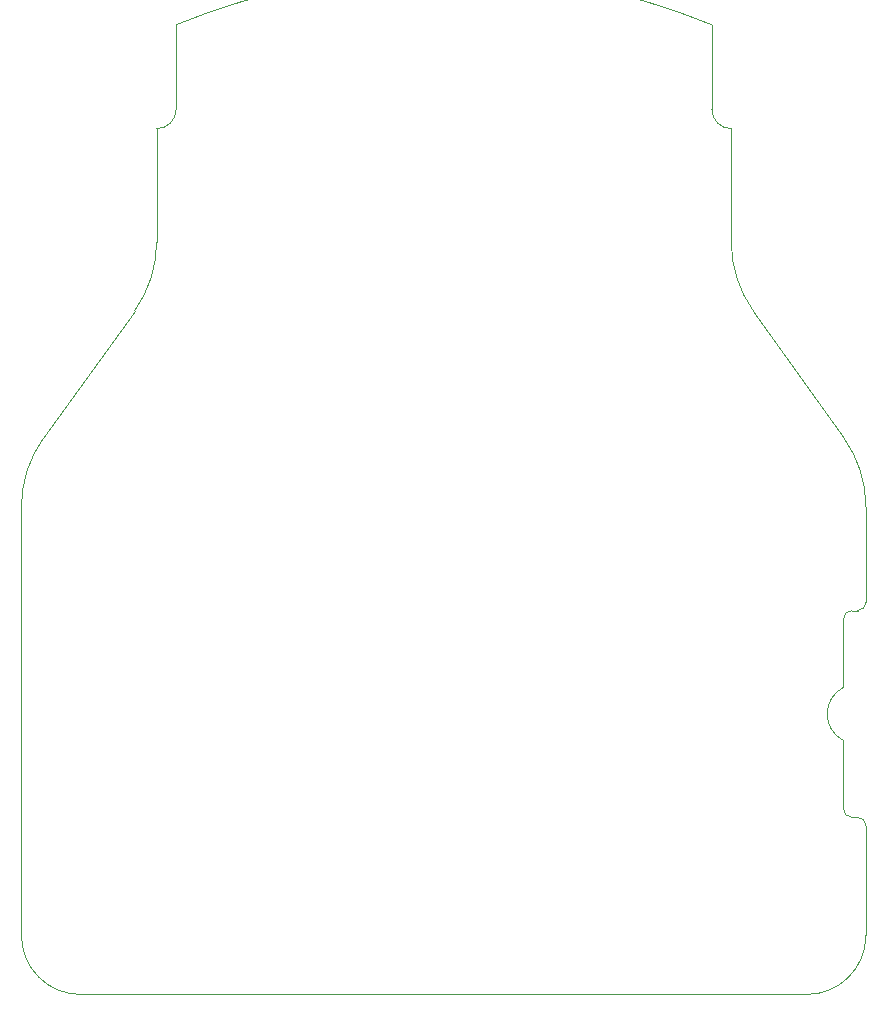
<source format=gm1>
G04 #@! TF.GenerationSoftware,KiCad,Pcbnew,8.0.1*
G04 #@! TF.CreationDate,2024-05-02T01:56:28+08:00*
G04 #@! TF.ProjectId,BatteryPod,42617474-6572-4795-906f-642e6b696361,rev?*
G04 #@! TF.SameCoordinates,Original*
G04 #@! TF.FileFunction,Profile,NP*
%FSLAX46Y46*%
G04 Gerber Fmt 4.6, Leading zero omitted, Abs format (unit mm)*
G04 Created by KiCad (PCBNEW 8.0.1) date 2024-05-02 01:56:28*
%MOMM*%
%LPD*%
G01*
G04 APERTURE LIST*
G04 #@! TA.AperFunction,Profile*
%ADD10C,0.050000*%
G04 #@! TD*
G04 APERTURE END LIST*
D10*
X144100000Y-131949998D02*
G75*
G02*
X144100000Y-127450002I1150000J2249998D01*
G01*
X136455792Y-95554621D02*
G75*
G02*
X134600000Y-89751873I8144200J5802745D01*
G01*
X87600000Y-71350003D02*
G75*
G02*
X132950000Y-71350003I22675000J-55424997D01*
G01*
X134600000Y-80150000D02*
X134600000Y-89751873D01*
X146000000Y-148450000D02*
G75*
G02*
X141000000Y-153450000I-5000000J0D01*
G01*
X74500000Y-112159538D02*
G75*
G02*
X76367820Y-106339946I10000000J1D01*
G01*
X85950000Y-89740462D02*
G75*
G02*
X84082180Y-95560054I-10000001J0D01*
G01*
X87600000Y-78500000D02*
G75*
G02*
X85950000Y-80150000I-1650000J0D01*
G01*
X132950000Y-71350002D02*
X132950000Y-78500000D01*
X85950000Y-89740462D02*
X85950000Y-80150000D01*
X145300000Y-138450000D02*
X144800000Y-138450000D01*
X134600000Y-80150000D02*
G75*
G02*
X132950000Y-78500000I0J1650000D01*
G01*
X79500000Y-153450000D02*
G75*
G02*
X74500000Y-148450000I0J5000000D01*
G01*
X144800000Y-120950000D02*
X145300000Y-120950000D01*
X87600000Y-78500000D02*
X87600000Y-71350002D01*
X144144206Y-106345380D02*
G75*
G02*
X145999999Y-112148127I-8144198J-5802745D01*
G01*
X146000000Y-112148127D02*
X146000000Y-120250000D01*
X74500000Y-148450000D02*
X74500000Y-112159538D01*
X141000000Y-153450000D02*
X79500000Y-153450000D01*
X136455792Y-95554621D02*
X144144207Y-106345379D01*
X76367820Y-106339946D02*
X84082094Y-95559992D01*
X146000000Y-120250000D02*
G75*
G02*
X145300000Y-120950000I-700000J0D01*
G01*
X144100000Y-121650000D02*
G75*
G02*
X144800000Y-120950000I700000J0D01*
G01*
X144800000Y-138450000D02*
G75*
G02*
X144100000Y-137750000I0J700000D01*
G01*
X145300000Y-138450000D02*
G75*
G02*
X146000000Y-139150000I0J-700000D01*
G01*
X144100000Y-131949999D02*
X144100000Y-137750000D01*
X144100000Y-121650000D02*
X144100000Y-127450001D01*
X146000000Y-139150000D02*
X146000000Y-148450000D01*
M02*

</source>
